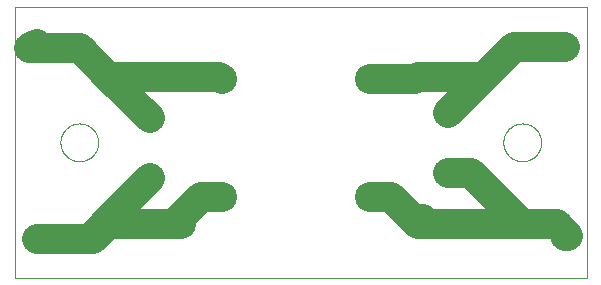
<source format=gtl>
G75*
%MOIN*%
%OFA0B0*%
%FSLAX25Y25*%
%IPPOS*%
%LPD*%
%AMOC8*
5,1,8,0,0,1.08239X$1,22.5*
%
%ADD10C,0.00000*%
%ADD11C,0.10000*%
%ADD12OC8,0.06300*%
%ADD13OC8,0.08500*%
%ADD14C,0.10000*%
D10*
X0001134Y0001000D02*
X0001134Y0091551D01*
X0191827Y0091551D01*
X0191827Y0001000D01*
X0001134Y0001000D01*
X0016362Y0046276D02*
X0016364Y0046434D01*
X0016370Y0046592D01*
X0016380Y0046750D01*
X0016394Y0046908D01*
X0016412Y0047065D01*
X0016433Y0047222D01*
X0016459Y0047378D01*
X0016489Y0047534D01*
X0016522Y0047689D01*
X0016560Y0047842D01*
X0016601Y0047995D01*
X0016646Y0048147D01*
X0016695Y0048298D01*
X0016748Y0048447D01*
X0016804Y0048595D01*
X0016864Y0048741D01*
X0016928Y0048886D01*
X0016996Y0049029D01*
X0017067Y0049171D01*
X0017141Y0049311D01*
X0017219Y0049448D01*
X0017301Y0049584D01*
X0017385Y0049718D01*
X0017474Y0049849D01*
X0017565Y0049978D01*
X0017660Y0050105D01*
X0017757Y0050230D01*
X0017858Y0050352D01*
X0017962Y0050471D01*
X0018069Y0050588D01*
X0018179Y0050702D01*
X0018292Y0050813D01*
X0018407Y0050922D01*
X0018525Y0051027D01*
X0018646Y0051129D01*
X0018769Y0051229D01*
X0018895Y0051325D01*
X0019023Y0051418D01*
X0019153Y0051508D01*
X0019286Y0051594D01*
X0019421Y0051678D01*
X0019557Y0051757D01*
X0019696Y0051834D01*
X0019837Y0051906D01*
X0019979Y0051976D01*
X0020123Y0052041D01*
X0020269Y0052103D01*
X0020416Y0052161D01*
X0020565Y0052216D01*
X0020715Y0052267D01*
X0020866Y0052314D01*
X0021018Y0052357D01*
X0021171Y0052396D01*
X0021326Y0052432D01*
X0021481Y0052463D01*
X0021637Y0052491D01*
X0021793Y0052515D01*
X0021950Y0052535D01*
X0022108Y0052551D01*
X0022265Y0052563D01*
X0022424Y0052571D01*
X0022582Y0052575D01*
X0022740Y0052575D01*
X0022898Y0052571D01*
X0023057Y0052563D01*
X0023214Y0052551D01*
X0023372Y0052535D01*
X0023529Y0052515D01*
X0023685Y0052491D01*
X0023841Y0052463D01*
X0023996Y0052432D01*
X0024151Y0052396D01*
X0024304Y0052357D01*
X0024456Y0052314D01*
X0024607Y0052267D01*
X0024757Y0052216D01*
X0024906Y0052161D01*
X0025053Y0052103D01*
X0025199Y0052041D01*
X0025343Y0051976D01*
X0025485Y0051906D01*
X0025626Y0051834D01*
X0025765Y0051757D01*
X0025901Y0051678D01*
X0026036Y0051594D01*
X0026169Y0051508D01*
X0026299Y0051418D01*
X0026427Y0051325D01*
X0026553Y0051229D01*
X0026676Y0051129D01*
X0026797Y0051027D01*
X0026915Y0050922D01*
X0027030Y0050813D01*
X0027143Y0050702D01*
X0027253Y0050588D01*
X0027360Y0050471D01*
X0027464Y0050352D01*
X0027565Y0050230D01*
X0027662Y0050105D01*
X0027757Y0049978D01*
X0027848Y0049849D01*
X0027937Y0049718D01*
X0028021Y0049584D01*
X0028103Y0049448D01*
X0028181Y0049311D01*
X0028255Y0049171D01*
X0028326Y0049029D01*
X0028394Y0048886D01*
X0028458Y0048741D01*
X0028518Y0048595D01*
X0028574Y0048447D01*
X0028627Y0048298D01*
X0028676Y0048147D01*
X0028721Y0047995D01*
X0028762Y0047842D01*
X0028800Y0047689D01*
X0028833Y0047534D01*
X0028863Y0047378D01*
X0028889Y0047222D01*
X0028910Y0047065D01*
X0028928Y0046908D01*
X0028942Y0046750D01*
X0028952Y0046592D01*
X0028958Y0046434D01*
X0028960Y0046276D01*
X0028958Y0046118D01*
X0028952Y0045960D01*
X0028942Y0045802D01*
X0028928Y0045644D01*
X0028910Y0045487D01*
X0028889Y0045330D01*
X0028863Y0045174D01*
X0028833Y0045018D01*
X0028800Y0044863D01*
X0028762Y0044710D01*
X0028721Y0044557D01*
X0028676Y0044405D01*
X0028627Y0044254D01*
X0028574Y0044105D01*
X0028518Y0043957D01*
X0028458Y0043811D01*
X0028394Y0043666D01*
X0028326Y0043523D01*
X0028255Y0043381D01*
X0028181Y0043241D01*
X0028103Y0043104D01*
X0028021Y0042968D01*
X0027937Y0042834D01*
X0027848Y0042703D01*
X0027757Y0042574D01*
X0027662Y0042447D01*
X0027565Y0042322D01*
X0027464Y0042200D01*
X0027360Y0042081D01*
X0027253Y0041964D01*
X0027143Y0041850D01*
X0027030Y0041739D01*
X0026915Y0041630D01*
X0026797Y0041525D01*
X0026676Y0041423D01*
X0026553Y0041323D01*
X0026427Y0041227D01*
X0026299Y0041134D01*
X0026169Y0041044D01*
X0026036Y0040958D01*
X0025901Y0040874D01*
X0025765Y0040795D01*
X0025626Y0040718D01*
X0025485Y0040646D01*
X0025343Y0040576D01*
X0025199Y0040511D01*
X0025053Y0040449D01*
X0024906Y0040391D01*
X0024757Y0040336D01*
X0024607Y0040285D01*
X0024456Y0040238D01*
X0024304Y0040195D01*
X0024151Y0040156D01*
X0023996Y0040120D01*
X0023841Y0040089D01*
X0023685Y0040061D01*
X0023529Y0040037D01*
X0023372Y0040017D01*
X0023214Y0040001D01*
X0023057Y0039989D01*
X0022898Y0039981D01*
X0022740Y0039977D01*
X0022582Y0039977D01*
X0022424Y0039981D01*
X0022265Y0039989D01*
X0022108Y0040001D01*
X0021950Y0040017D01*
X0021793Y0040037D01*
X0021637Y0040061D01*
X0021481Y0040089D01*
X0021326Y0040120D01*
X0021171Y0040156D01*
X0021018Y0040195D01*
X0020866Y0040238D01*
X0020715Y0040285D01*
X0020565Y0040336D01*
X0020416Y0040391D01*
X0020269Y0040449D01*
X0020123Y0040511D01*
X0019979Y0040576D01*
X0019837Y0040646D01*
X0019696Y0040718D01*
X0019557Y0040795D01*
X0019421Y0040874D01*
X0019286Y0040958D01*
X0019153Y0041044D01*
X0019023Y0041134D01*
X0018895Y0041227D01*
X0018769Y0041323D01*
X0018646Y0041423D01*
X0018525Y0041525D01*
X0018407Y0041630D01*
X0018292Y0041739D01*
X0018179Y0041850D01*
X0018069Y0041964D01*
X0017962Y0042081D01*
X0017858Y0042200D01*
X0017757Y0042322D01*
X0017660Y0042447D01*
X0017565Y0042574D01*
X0017474Y0042703D01*
X0017385Y0042834D01*
X0017301Y0042968D01*
X0017219Y0043104D01*
X0017141Y0043241D01*
X0017067Y0043381D01*
X0016996Y0043523D01*
X0016928Y0043666D01*
X0016864Y0043811D01*
X0016804Y0043957D01*
X0016748Y0044105D01*
X0016695Y0044254D01*
X0016646Y0044405D01*
X0016601Y0044557D01*
X0016560Y0044710D01*
X0016522Y0044863D01*
X0016489Y0045018D01*
X0016459Y0045174D01*
X0016433Y0045330D01*
X0016412Y0045487D01*
X0016394Y0045644D01*
X0016380Y0045802D01*
X0016370Y0045960D01*
X0016364Y0046118D01*
X0016362Y0046276D01*
X0164000Y0046276D02*
X0164002Y0046434D01*
X0164008Y0046592D01*
X0164018Y0046750D01*
X0164032Y0046908D01*
X0164050Y0047065D01*
X0164071Y0047222D01*
X0164097Y0047378D01*
X0164127Y0047534D01*
X0164160Y0047689D01*
X0164198Y0047842D01*
X0164239Y0047995D01*
X0164284Y0048147D01*
X0164333Y0048298D01*
X0164386Y0048447D01*
X0164442Y0048595D01*
X0164502Y0048741D01*
X0164566Y0048886D01*
X0164634Y0049029D01*
X0164705Y0049171D01*
X0164779Y0049311D01*
X0164857Y0049448D01*
X0164939Y0049584D01*
X0165023Y0049718D01*
X0165112Y0049849D01*
X0165203Y0049978D01*
X0165298Y0050105D01*
X0165395Y0050230D01*
X0165496Y0050352D01*
X0165600Y0050471D01*
X0165707Y0050588D01*
X0165817Y0050702D01*
X0165930Y0050813D01*
X0166045Y0050922D01*
X0166163Y0051027D01*
X0166284Y0051129D01*
X0166407Y0051229D01*
X0166533Y0051325D01*
X0166661Y0051418D01*
X0166791Y0051508D01*
X0166924Y0051594D01*
X0167059Y0051678D01*
X0167195Y0051757D01*
X0167334Y0051834D01*
X0167475Y0051906D01*
X0167617Y0051976D01*
X0167761Y0052041D01*
X0167907Y0052103D01*
X0168054Y0052161D01*
X0168203Y0052216D01*
X0168353Y0052267D01*
X0168504Y0052314D01*
X0168656Y0052357D01*
X0168809Y0052396D01*
X0168964Y0052432D01*
X0169119Y0052463D01*
X0169275Y0052491D01*
X0169431Y0052515D01*
X0169588Y0052535D01*
X0169746Y0052551D01*
X0169903Y0052563D01*
X0170062Y0052571D01*
X0170220Y0052575D01*
X0170378Y0052575D01*
X0170536Y0052571D01*
X0170695Y0052563D01*
X0170852Y0052551D01*
X0171010Y0052535D01*
X0171167Y0052515D01*
X0171323Y0052491D01*
X0171479Y0052463D01*
X0171634Y0052432D01*
X0171789Y0052396D01*
X0171942Y0052357D01*
X0172094Y0052314D01*
X0172245Y0052267D01*
X0172395Y0052216D01*
X0172544Y0052161D01*
X0172691Y0052103D01*
X0172837Y0052041D01*
X0172981Y0051976D01*
X0173123Y0051906D01*
X0173264Y0051834D01*
X0173403Y0051757D01*
X0173539Y0051678D01*
X0173674Y0051594D01*
X0173807Y0051508D01*
X0173937Y0051418D01*
X0174065Y0051325D01*
X0174191Y0051229D01*
X0174314Y0051129D01*
X0174435Y0051027D01*
X0174553Y0050922D01*
X0174668Y0050813D01*
X0174781Y0050702D01*
X0174891Y0050588D01*
X0174998Y0050471D01*
X0175102Y0050352D01*
X0175203Y0050230D01*
X0175300Y0050105D01*
X0175395Y0049978D01*
X0175486Y0049849D01*
X0175575Y0049718D01*
X0175659Y0049584D01*
X0175741Y0049448D01*
X0175819Y0049311D01*
X0175893Y0049171D01*
X0175964Y0049029D01*
X0176032Y0048886D01*
X0176096Y0048741D01*
X0176156Y0048595D01*
X0176212Y0048447D01*
X0176265Y0048298D01*
X0176314Y0048147D01*
X0176359Y0047995D01*
X0176400Y0047842D01*
X0176438Y0047689D01*
X0176471Y0047534D01*
X0176501Y0047378D01*
X0176527Y0047222D01*
X0176548Y0047065D01*
X0176566Y0046908D01*
X0176580Y0046750D01*
X0176590Y0046592D01*
X0176596Y0046434D01*
X0176598Y0046276D01*
X0176596Y0046118D01*
X0176590Y0045960D01*
X0176580Y0045802D01*
X0176566Y0045644D01*
X0176548Y0045487D01*
X0176527Y0045330D01*
X0176501Y0045174D01*
X0176471Y0045018D01*
X0176438Y0044863D01*
X0176400Y0044710D01*
X0176359Y0044557D01*
X0176314Y0044405D01*
X0176265Y0044254D01*
X0176212Y0044105D01*
X0176156Y0043957D01*
X0176096Y0043811D01*
X0176032Y0043666D01*
X0175964Y0043523D01*
X0175893Y0043381D01*
X0175819Y0043241D01*
X0175741Y0043104D01*
X0175659Y0042968D01*
X0175575Y0042834D01*
X0175486Y0042703D01*
X0175395Y0042574D01*
X0175300Y0042447D01*
X0175203Y0042322D01*
X0175102Y0042200D01*
X0174998Y0042081D01*
X0174891Y0041964D01*
X0174781Y0041850D01*
X0174668Y0041739D01*
X0174553Y0041630D01*
X0174435Y0041525D01*
X0174314Y0041423D01*
X0174191Y0041323D01*
X0174065Y0041227D01*
X0173937Y0041134D01*
X0173807Y0041044D01*
X0173674Y0040958D01*
X0173539Y0040874D01*
X0173403Y0040795D01*
X0173264Y0040718D01*
X0173123Y0040646D01*
X0172981Y0040576D01*
X0172837Y0040511D01*
X0172691Y0040449D01*
X0172544Y0040391D01*
X0172395Y0040336D01*
X0172245Y0040285D01*
X0172094Y0040238D01*
X0171942Y0040195D01*
X0171789Y0040156D01*
X0171634Y0040120D01*
X0171479Y0040089D01*
X0171323Y0040061D01*
X0171167Y0040037D01*
X0171010Y0040017D01*
X0170852Y0040001D01*
X0170695Y0039989D01*
X0170536Y0039981D01*
X0170378Y0039977D01*
X0170220Y0039977D01*
X0170062Y0039981D01*
X0169903Y0039989D01*
X0169746Y0040001D01*
X0169588Y0040017D01*
X0169431Y0040037D01*
X0169275Y0040061D01*
X0169119Y0040089D01*
X0168964Y0040120D01*
X0168809Y0040156D01*
X0168656Y0040195D01*
X0168504Y0040238D01*
X0168353Y0040285D01*
X0168203Y0040336D01*
X0168054Y0040391D01*
X0167907Y0040449D01*
X0167761Y0040511D01*
X0167617Y0040576D01*
X0167475Y0040646D01*
X0167334Y0040718D01*
X0167195Y0040795D01*
X0167059Y0040874D01*
X0166924Y0040958D01*
X0166791Y0041044D01*
X0166661Y0041134D01*
X0166533Y0041227D01*
X0166407Y0041323D01*
X0166284Y0041423D01*
X0166163Y0041525D01*
X0166045Y0041630D01*
X0165930Y0041739D01*
X0165817Y0041850D01*
X0165707Y0041964D01*
X0165600Y0042081D01*
X0165496Y0042200D01*
X0165395Y0042322D01*
X0165298Y0042447D01*
X0165203Y0042574D01*
X0165112Y0042703D01*
X0165023Y0042834D01*
X0164939Y0042968D01*
X0164857Y0043104D01*
X0164779Y0043241D01*
X0164705Y0043381D01*
X0164634Y0043523D01*
X0164566Y0043666D01*
X0164502Y0043811D01*
X0164442Y0043957D01*
X0164386Y0044105D01*
X0164333Y0044254D01*
X0164284Y0044405D01*
X0164239Y0044557D01*
X0164198Y0044710D01*
X0164160Y0044863D01*
X0164127Y0045018D01*
X0164097Y0045174D01*
X0164071Y0045330D01*
X0164050Y0045487D01*
X0164032Y0045644D01*
X0164018Y0045802D01*
X0164008Y0045960D01*
X0164002Y0046118D01*
X0164000Y0046276D01*
D11*
X0135575Y0068205D03*
X0119394Y0067299D03*
X0070181Y0067299D03*
X0056441Y0068205D03*
X0070181Y0027929D03*
X0056441Y0018992D03*
X0119394Y0027929D03*
X0135575Y0018992D03*
D12*
X0145496Y0036039D03*
X0145496Y0056039D03*
X0046283Y0054307D03*
X0046283Y0034307D03*
D13*
X0008709Y0014024D03*
X0008709Y0079063D03*
X0184709Y0078102D03*
X0184709Y0015142D03*
D14*
X0185685Y0015142D01*
X0181835Y0018992D01*
X0170299Y0018992D01*
X0135575Y0018992D01*
X0135575Y0019315D01*
X0137134Y0020874D01*
X0135575Y0018992D02*
X0126638Y0027929D01*
X0119394Y0027929D01*
X0145496Y0036039D02*
X0153252Y0036039D01*
X0170299Y0018992D01*
X0145496Y0056039D02*
X0167559Y0078102D01*
X0184709Y0078102D01*
X0155969Y0066512D02*
X0154276Y0068205D01*
X0135575Y0068205D01*
X0134669Y0067299D01*
X0119394Y0067299D01*
X0145496Y0056039D02*
X0155969Y0066512D01*
X0070181Y0067299D02*
X0069276Y0068205D01*
X0056441Y0068205D01*
X0032386Y0068205D01*
X0022819Y0077772D01*
X0006000Y0077772D01*
X0008709Y0079063D01*
X0032386Y0068205D02*
X0046283Y0054307D01*
X0046283Y0034307D02*
X0031598Y0019622D01*
X0026756Y0014780D01*
X0027260Y0014024D02*
X0032228Y0018992D01*
X0031598Y0019622D01*
X0032228Y0018992D02*
X0054157Y0018992D01*
X0063094Y0027929D01*
X0070181Y0027929D01*
X0056441Y0018992D02*
X0054157Y0018992D01*
X0027260Y0014024D02*
X0008709Y0014024D01*
M02*

</source>
